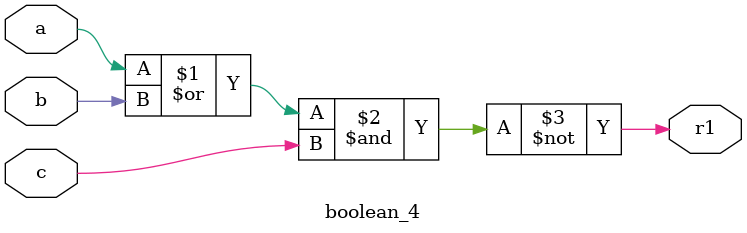
<source format=v>
`timescale 1ns / 1ps

module boolean_4(
    input a,b,c,
    output r1
    );
    assign r1=~((a|b)&c);
    
endmodule

</source>
